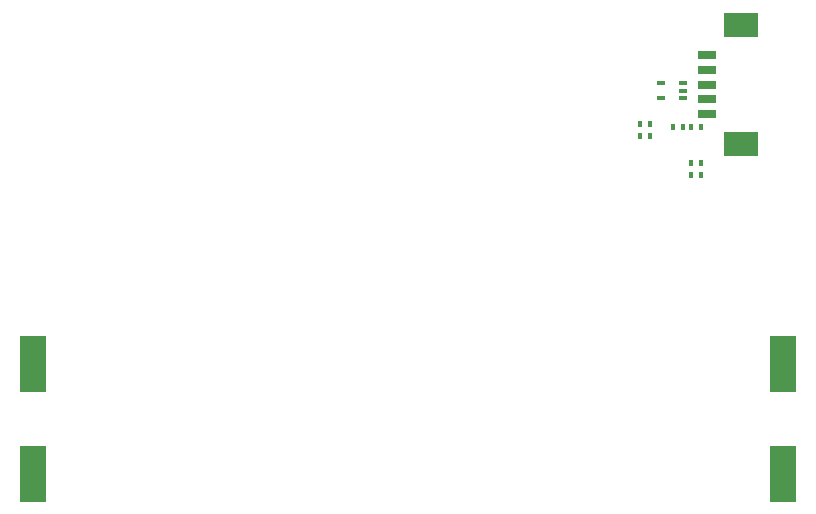
<source format=gtp>
G04*
G04 #@! TF.GenerationSoftware,Altium Limited,Altium NEXUS,1.0.11 (97)*
G04*
G04 Layer_Color=8421504*
%FSLAX25Y25*%
%MOIN*%
G70*
G01*
G75*
%ADD10R,0.01772X0.02165*%
%ADD11R,0.02559X0.01575*%
%ADD12R,0.06299X0.03150*%
%ADD13R,0.11811X0.08268*%
%ADD14R,0.09055X0.18504*%
D10*
X97772Y123000D02*
D03*
X94228D02*
D03*
X97772Y135000D02*
D03*
X94228D02*
D03*
X77228Y136000D02*
D03*
X80772D02*
D03*
X94228Y119000D02*
D03*
X97772D02*
D03*
X91772Y135000D02*
D03*
X88228D02*
D03*
X80772Y132000D02*
D03*
X77228D02*
D03*
D11*
X84260Y144441D02*
D03*
Y149559D02*
D03*
X91740D02*
D03*
Y147000D02*
D03*
Y144441D02*
D03*
D12*
X99669Y139157D02*
D03*
Y144079D02*
D03*
Y149000D02*
D03*
Y153921D02*
D03*
Y158843D02*
D03*
D13*
X111087Y129118D02*
D03*
Y168882D02*
D03*
D14*
X125000Y55807D02*
D03*
Y19193D02*
D03*
X-125000Y55807D02*
D03*
Y19193D02*
D03*
M02*

</source>
